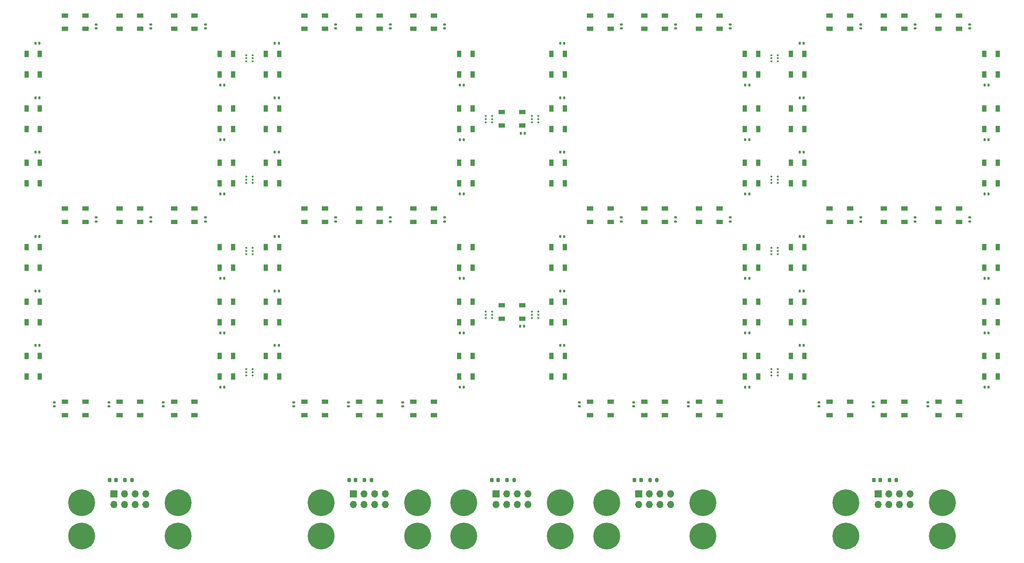
<source format=gbr>
%TF.GenerationSoftware,KiCad,Pcbnew,(6.0.4)*%
%TF.CreationDate,2022-05-27T18:55:53+02:00*%
%TF.ProjectId,Four segments and colon,466f7572-2073-4656-976d-656e74732061,rev?*%
%TF.SameCoordinates,Original*%
%TF.FileFunction,Soldermask,Top*%
%TF.FilePolarity,Negative*%
%FSLAX46Y46*%
G04 Gerber Fmt 4.6, Leading zero omitted, Abs format (unit mm)*
G04 Created by KiCad (PCBNEW (6.0.4)) date 2022-05-27 18:55:53*
%MOMM*%
%LPD*%
G01*
G04 APERTURE LIST*
G04 Aperture macros list*
%AMRoundRect*
0 Rectangle with rounded corners*
0 $1 Rounding radius*
0 $2 $3 $4 $5 $6 $7 $8 $9 X,Y pos of 4 corners*
0 Add a 4 corners polygon primitive as box body*
4,1,4,$2,$3,$4,$5,$6,$7,$8,$9,$2,$3,0*
0 Add four circle primitives for the rounded corners*
1,1,$1+$1,$2,$3*
1,1,$1+$1,$4,$5*
1,1,$1+$1,$6,$7*
1,1,$1+$1,$8,$9*
0 Add four rect primitives between the rounded corners*
20,1,$1+$1,$2,$3,$4,$5,0*
20,1,$1+$1,$4,$5,$6,$7,0*
20,1,$1+$1,$6,$7,$8,$9,0*
20,1,$1+$1,$8,$9,$2,$3,0*%
G04 Aperture macros list end*
%ADD10RoundRect,0.140000X0.140000X0.170000X-0.140000X0.170000X-0.140000X-0.170000X0.140000X-0.170000X0*%
%ADD11R,1.500000X1.000000*%
%ADD12RoundRect,0.140000X0.170000X-0.140000X0.170000X0.140000X-0.170000X0.140000X-0.170000X-0.140000X0*%
%ADD13R,1.000000X1.500000*%
%ADD14R,1.700000X1.700000*%
%ADD15O,1.700000X1.700000*%
%ADD16C,0.800000*%
%ADD17C,6.400000*%
%ADD18C,0.500000*%
%ADD19RoundRect,0.140000X-0.170000X0.140000X-0.170000X-0.140000X0.170000X-0.140000X0.170000X0.140000X0*%
%ADD20RoundRect,0.140000X-0.140000X-0.170000X0.140000X-0.170000X0.140000X0.170000X-0.140000X0.170000X0*%
%ADD21RoundRect,0.200000X-0.200000X-0.275000X0.200000X-0.275000X0.200000X0.275000X-0.200000X0.275000X0*%
%ADD22RoundRect,0.225000X0.225000X0.250000X-0.225000X0.250000X-0.225000X-0.250000X0.225000X-0.250000X0*%
G04 APERTURE END LIST*
D10*
%TO.C,C17*%
X148554000Y-39284314D03*
X147594000Y-39284314D03*
%TD*%
D11*
%TO.C,D19*%
X34330000Y-68950000D03*
X34330000Y-65750000D03*
X29430000Y-65750000D03*
X29430000Y-68950000D03*
%TD*%
D12*
%TO.C,C19*%
X162139685Y-68830000D03*
X162139685Y-67870000D03*
%TD*%
%TO.C,C2*%
X49880000Y-22698629D03*
X49880000Y-21738629D03*
%TD*%
D13*
%TO.C,D7*%
X191605370Y-79865685D03*
X194805370Y-79865685D03*
X194805370Y-74965685D03*
X191605370Y-74965685D03*
%TD*%
D12*
%TO.C,C3*%
X120011400Y-22698629D03*
X120011400Y-21738629D03*
%TD*%
D14*
%TO.C,J1*%
X41070000Y-133851371D03*
D15*
X41070000Y-136391371D03*
X43610000Y-133851371D03*
X43610000Y-136391371D03*
X46150000Y-133851371D03*
X46150000Y-136391371D03*
X48690000Y-133851371D03*
X48690000Y-136391371D03*
%TD*%
D11*
%TO.C,D21*%
X185589685Y-68950000D03*
X185589685Y-65750000D03*
X180689685Y-65750000D03*
X180689685Y-68950000D03*
%TD*%
%TO.C,D2*%
X47330000Y-22818629D03*
X47330000Y-19618629D03*
X42430000Y-19618629D03*
X42430000Y-22818629D03*
%TD*%
D16*
%TO.C,H1*%
X33380000Y-146381371D03*
X30980000Y-143981371D03*
X33380000Y-141581371D03*
X31682944Y-145678427D03*
X35780000Y-143981371D03*
D17*
X33380000Y-143981371D03*
D16*
X31682944Y-142284315D03*
X35077056Y-142284315D03*
X35077056Y-145678427D03*
%TD*%
D13*
%TO.C,D15*%
X80545715Y-74965686D03*
X77345715Y-74965686D03*
X77345715Y-79865686D03*
X80545715Y-79865686D03*
%TD*%
D11*
%TO.C,D20*%
X229721085Y-68950000D03*
X229721085Y-65750000D03*
X224821085Y-65750000D03*
X224821085Y-68950000D03*
%TD*%
D10*
%TO.C,C17*%
X80425715Y-39284314D03*
X79465715Y-39284314D03*
%TD*%
D16*
%TO.C,H4*%
X215771085Y-133581371D03*
X218171085Y-135981371D03*
X217468141Y-137678427D03*
X217468141Y-134284315D03*
D17*
X215771085Y-135981371D03*
D16*
X213371085Y-135981371D03*
X214074029Y-134284315D03*
X214074029Y-137678427D03*
X215771085Y-138381371D03*
%TD*%
D18*
%TO.C,mouse-bite-2mm-slot*%
X72695700Y-104100000D03*
X74195700Y-104100000D03*
X74195700Y-105600000D03*
X74195700Y-104850000D03*
X72695700Y-105600000D03*
X72695700Y-104850000D03*
%TD*%
D19*
%TO.C,C11*%
X39880000Y-112001371D03*
X39880000Y-112961371D03*
%TD*%
D12*
%TO.C,C3*%
X188139685Y-22698629D03*
X188139685Y-21738629D03*
%TD*%
D11*
%TO.C,D11*%
X224821085Y-111881371D03*
X224821085Y-115081371D03*
X229721085Y-115081371D03*
X229721085Y-111881371D03*
%TD*%
D10*
%TO.C,C18*%
X148554000Y-26284314D03*
X147594000Y-26284314D03*
%TD*%
D19*
%TO.C,C10*%
X52880000Y-112001371D03*
X52880000Y-112961371D03*
%TD*%
D10*
%TO.C,C13*%
X23294315Y-98415686D03*
X22334315Y-98415686D03*
%TD*%
D13*
%TO.C,D7*%
X66345685Y-79865685D03*
X69545685Y-79865685D03*
X69545685Y-74965685D03*
X66345685Y-74965685D03*
%TD*%
D10*
%TO.C,C16*%
X148554000Y-52284314D03*
X147594000Y-52284314D03*
%TD*%
D12*
%TO.C,C21*%
X120011400Y-68830000D03*
X120011400Y-67870000D03*
%TD*%
D10*
%TO.C,C18*%
X23294315Y-26284314D03*
X22334315Y-26284314D03*
%TD*%
D20*
%TO.C,C8*%
X66465685Y-95415685D03*
X67425685Y-95415685D03*
%TD*%
D13*
%TO.C,D6*%
X66345685Y-59734314D03*
X69545685Y-59734314D03*
X69545685Y-54834314D03*
X66345685Y-54834314D03*
%TD*%
D21*
%TO.C,R1*%
X168984685Y-130540000D03*
X170634685Y-130540000D03*
%TD*%
D13*
%TO.C,D5*%
X248736770Y-46734314D03*
X251936770Y-46734314D03*
X251936770Y-41834314D03*
X248736770Y-41834314D03*
%TD*%
D12*
%TO.C,C1*%
X219271085Y-22698629D03*
X219271085Y-21738629D03*
%TD*%
D11*
%TO.C,D1*%
X138527001Y-92015686D03*
X138527001Y-88815686D03*
X133627001Y-88815686D03*
X133627001Y-92015686D03*
%TD*%
%TO.C,D12*%
X154689685Y-111881371D03*
X154689685Y-115081371D03*
X159589685Y-115081371D03*
X159589685Y-111881371D03*
%TD*%
D19*
%TO.C,C12*%
X84011400Y-112001371D03*
X84011400Y-112961371D03*
%TD*%
D13*
%TO.C,D16*%
X80545715Y-54834314D03*
X77345715Y-54834314D03*
X77345715Y-59734314D03*
X80545715Y-59734314D03*
%TD*%
D20*
%TO.C,C9*%
X248856770Y-108415685D03*
X249816770Y-108415685D03*
%TD*%
D10*
%TO.C,C17*%
X23294315Y-39284314D03*
X22334315Y-39284314D03*
%TD*%
%TO.C,C14*%
X205685400Y-85415686D03*
X204725400Y-85415686D03*
%TD*%
D12*
%TO.C,C19*%
X36880000Y-68830000D03*
X36880000Y-67870000D03*
%TD*%
D14*
%TO.C,J1*%
X98201400Y-133851371D03*
D15*
X98201400Y-136391371D03*
X100741400Y-133851371D03*
X100741400Y-136391371D03*
X103281400Y-133851371D03*
X103281400Y-136391371D03*
X105821400Y-133851371D03*
X105821400Y-136391371D03*
%TD*%
D11*
%TO.C,D1*%
X159589685Y-22818629D03*
X159589685Y-19618629D03*
X154689685Y-19618629D03*
X154689685Y-22818629D03*
%TD*%
%TO.C,D11*%
X99561400Y-111881371D03*
X99561400Y-115081371D03*
X104461400Y-115081371D03*
X104461400Y-111881371D03*
%TD*%
D20*
%TO.C,C4*%
X248856770Y-36284314D03*
X249816770Y-36284314D03*
%TD*%
D12*
%TO.C,C19*%
X219271085Y-68830000D03*
X219271085Y-67870000D03*
%TD*%
D16*
%TO.C,H4*%
X90511400Y-138381371D03*
X92911400Y-135981371D03*
D17*
X90511400Y-135981371D03*
D16*
X88111400Y-135981371D03*
X88814344Y-134284315D03*
X90511400Y-133581371D03*
X92208456Y-137678427D03*
X88814344Y-137678427D03*
X92208456Y-134284315D03*
%TD*%
D10*
%TO.C,C15*%
X80425715Y-72415686D03*
X79465715Y-72415686D03*
%TD*%
%TO.C,C18*%
X205685400Y-26284314D03*
X204725400Y-26284314D03*
%TD*%
D20*
%TO.C,C1*%
X137997001Y-93850000D03*
X138957001Y-93850000D03*
%TD*%
D10*
%TO.C,C15*%
X23294315Y-72415686D03*
X22334315Y-72415686D03*
%TD*%
D13*
%TO.C,D9*%
X248736770Y-105865685D03*
X251936770Y-105865685D03*
X251936770Y-100965685D03*
X248736770Y-100965685D03*
%TD*%
D16*
%TO.C,H4*%
X33380000Y-138381371D03*
X35780000Y-135981371D03*
D17*
X33380000Y-135981371D03*
D16*
X30980000Y-135981371D03*
X31682944Y-134284315D03*
X33380000Y-133581371D03*
X35077056Y-137678427D03*
X31682944Y-137678427D03*
X35077056Y-134284315D03*
%TD*%
D14*
%TO.C,J1*%
X166329685Y-133851371D03*
D15*
X166329685Y-136391371D03*
X168869685Y-133851371D03*
X168869685Y-136391371D03*
X171409685Y-133851371D03*
X171409685Y-136391371D03*
X173949685Y-133851371D03*
X173949685Y-136391371D03*
%TD*%
D17*
%TO.C,H1*%
X215771085Y-143981371D03*
D16*
X218171085Y-143981371D03*
X215771085Y-146381371D03*
X214074029Y-145678427D03*
X217468141Y-145678427D03*
X214074029Y-142284315D03*
X217468141Y-142284315D03*
X213371085Y-143981371D03*
X215771085Y-141581371D03*
%TD*%
D13*
%TO.C,D15*%
X23414315Y-74965686D03*
X20214315Y-74965686D03*
X20214315Y-79865686D03*
X23414315Y-79865686D03*
%TD*%
D10*
%TO.C,C14*%
X80425715Y-85415686D03*
X79465715Y-85415686D03*
%TD*%
%TO.C,C13*%
X80425715Y-98415686D03*
X79465715Y-98415686D03*
%TD*%
D11*
%TO.C,D20*%
X172589685Y-68950000D03*
X172589685Y-65750000D03*
X167689685Y-65750000D03*
X167689685Y-68950000D03*
%TD*%
D22*
%TO.C,C22*%
X132797001Y-130550000D03*
X131247001Y-130550000D03*
%TD*%
D18*
%TO.C,mouse-bite-2mm-slot*%
X131327000Y-45150000D03*
X129827000Y-45150000D03*
X129827000Y-43650000D03*
X131327000Y-44400000D03*
X129827000Y-44400000D03*
X131327000Y-43650000D03*
%TD*%
D13*
%TO.C,D14*%
X205805400Y-87965686D03*
X202605400Y-87965686D03*
X202605400Y-92865686D03*
X205805400Y-92865686D03*
%TD*%
D11*
%TO.C,D2*%
X172589685Y-22818629D03*
X172589685Y-19618629D03*
X167689685Y-19618629D03*
X167689685Y-22818629D03*
%TD*%
D10*
%TO.C,C16*%
X23294315Y-52284314D03*
X22334315Y-52284314D03*
%TD*%
D11*
%TO.C,D12*%
X86561400Y-111881371D03*
X86561400Y-115081371D03*
X91461400Y-115081371D03*
X91461400Y-111881371D03*
%TD*%
D13*
%TO.C,D8*%
X123477085Y-92865685D03*
X126677085Y-92865685D03*
X126677085Y-87965685D03*
X123477085Y-87965685D03*
%TD*%
%TO.C,D8*%
X248736770Y-92865685D03*
X251936770Y-92865685D03*
X251936770Y-87965685D03*
X248736770Y-87965685D03*
%TD*%
%TO.C,D6*%
X123477085Y-59734314D03*
X126677085Y-59734314D03*
X126677085Y-54834314D03*
X123477085Y-54834314D03*
%TD*%
%TO.C,D4*%
X66345685Y-33734314D03*
X69545685Y-33734314D03*
X69545685Y-28834314D03*
X66345685Y-28834314D03*
%TD*%
D18*
%TO.C,mouse-bite-2mm-slot*%
X199455385Y-75850000D03*
X199455385Y-75100000D03*
X197955385Y-75100000D03*
X197955385Y-75850000D03*
X199455385Y-76600000D03*
X197955385Y-76600000D03*
%TD*%
%TO.C,mouse-bite-2mm-slot*%
X74195700Y-58850000D03*
X74195700Y-59600000D03*
X74195700Y-58100000D03*
X72695700Y-58100000D03*
X72695700Y-58850000D03*
X72695700Y-59600000D03*
%TD*%
D10*
%TO.C,C14*%
X148554000Y-85415686D03*
X147594000Y-85415686D03*
%TD*%
D19*
%TO.C,C11*%
X165139685Y-112001371D03*
X165139685Y-112961371D03*
%TD*%
D16*
%TO.C,H4*%
X160336741Y-137678427D03*
X156239685Y-135981371D03*
X156942629Y-137678427D03*
X156942629Y-134284315D03*
X161039685Y-135981371D03*
X158639685Y-138381371D03*
X160336741Y-134284315D03*
X158639685Y-133581371D03*
D17*
X158639685Y-135981371D03*
%TD*%
D13*
%TO.C,D16*%
X148674000Y-54834314D03*
X145474000Y-54834314D03*
X145474000Y-59734314D03*
X148674000Y-59734314D03*
%TD*%
D19*
%TO.C,C10*%
X178139685Y-112001371D03*
X178139685Y-112961371D03*
%TD*%
D13*
%TO.C,D9*%
X66345685Y-105865685D03*
X69545685Y-105865685D03*
X69545685Y-100965685D03*
X66345685Y-100965685D03*
%TD*%
%TO.C,D9*%
X191605370Y-105865685D03*
X194805370Y-105865685D03*
X194805370Y-100965685D03*
X191605370Y-100965685D03*
%TD*%
D12*
%TO.C,C2*%
X232271085Y-22698629D03*
X232271085Y-21738629D03*
%TD*%
D16*
%TO.C,H2*%
X240468141Y-142284315D03*
X236371085Y-143981371D03*
D17*
X238771085Y-143981371D03*
D16*
X238771085Y-141581371D03*
X240468141Y-145678427D03*
X238771085Y-146381371D03*
X241171085Y-143981371D03*
X237074029Y-142284315D03*
X237074029Y-145678427D03*
%TD*%
D13*
%TO.C,D17*%
X23414315Y-41834314D03*
X20214315Y-41834314D03*
X20214315Y-46734314D03*
X23414315Y-46734314D03*
%TD*%
D11*
%TO.C,D10*%
X55430000Y-111881371D03*
X55430000Y-115081371D03*
X60330000Y-115081371D03*
X60330000Y-111881371D03*
%TD*%
D16*
%TO.C,H4*%
X126274057Y-134284315D03*
X126977001Y-135981371D03*
D17*
X124577001Y-135981371D03*
D16*
X122177001Y-135981371D03*
X124577001Y-138381371D03*
X126274057Y-137678427D03*
X122879945Y-137678427D03*
X122879945Y-134284315D03*
X124577001Y-133581371D03*
%TD*%
D13*
%TO.C,D8*%
X66345685Y-92865685D03*
X69545685Y-92865685D03*
X69545685Y-87965685D03*
X66345685Y-87965685D03*
%TD*%
D19*
%TO.C,C11*%
X222271085Y-112001371D03*
X222271085Y-112961371D03*
%TD*%
D22*
%TO.C,C22*%
X223991085Y-130550000D03*
X222441085Y-130550000D03*
%TD*%
D21*
%TO.C,R1*%
X134922001Y-130540000D03*
X136572001Y-130540000D03*
%TD*%
D12*
%TO.C,C1*%
X94011400Y-22698629D03*
X94011400Y-21738629D03*
%TD*%
D13*
%TO.C,D6*%
X191605370Y-59734314D03*
X194805370Y-59734314D03*
X194805370Y-54834314D03*
X191605370Y-54834314D03*
%TD*%
D10*
%TO.C,C15*%
X205685400Y-72415686D03*
X204725400Y-72415686D03*
%TD*%
D11*
%TO.C,D12*%
X211821085Y-111881371D03*
X211821085Y-115081371D03*
X216721085Y-115081371D03*
X216721085Y-111881371D03*
%TD*%
D21*
%TO.C,R1*%
X100856400Y-130540000D03*
X102506400Y-130540000D03*
%TD*%
D11*
%TO.C,D2*%
X229721085Y-22818629D03*
X229721085Y-19618629D03*
X224821085Y-19618629D03*
X224821085Y-22818629D03*
%TD*%
D13*
%TO.C,D17*%
X148674000Y-41834314D03*
X145474000Y-41834314D03*
X145474000Y-46734314D03*
X148674000Y-46734314D03*
%TD*%
D16*
%TO.C,H3*%
X236371085Y-135981371D03*
D17*
X238771085Y-135981371D03*
D16*
X237074029Y-137678427D03*
X237074029Y-134284315D03*
X240468141Y-137678427D03*
X240468141Y-134284315D03*
X238771085Y-133581371D03*
X241171085Y-135981371D03*
X238771085Y-138381371D03*
%TD*%
D12*
%TO.C,C20*%
X107011400Y-68830000D03*
X107011400Y-67870000D03*
%TD*%
D11*
%TO.C,D10*%
X180689685Y-111881371D03*
X180689685Y-115081371D03*
X185589685Y-115081371D03*
X185589685Y-111881371D03*
%TD*%
D18*
%TO.C,mouse-bite-2mm-slot*%
X199455385Y-104100000D03*
X199455385Y-105600000D03*
X199455385Y-104850000D03*
X197955385Y-104100000D03*
X197955385Y-104850000D03*
X197955385Y-105600000D03*
%TD*%
D11*
%TO.C,D19*%
X159589685Y-68950000D03*
X159589685Y-65750000D03*
X154689685Y-65750000D03*
X154689685Y-68950000D03*
%TD*%
D20*
%TO.C,C8*%
X191725370Y-95415685D03*
X192685370Y-95415685D03*
%TD*%
D16*
%TO.C,H1*%
X122177001Y-143981371D03*
X126977001Y-143981371D03*
X122879945Y-142284315D03*
X122879945Y-145678427D03*
D17*
X124577001Y-143981371D03*
D16*
X126274057Y-145678427D03*
X124577001Y-146381371D03*
X124577001Y-141581371D03*
X126274057Y-142284315D03*
%TD*%
D12*
%TO.C,C19*%
X94011400Y-68830000D03*
X94011400Y-67870000D03*
%TD*%
D13*
%TO.C,D18*%
X80545715Y-28834314D03*
X77345715Y-28834314D03*
X77345715Y-33734314D03*
X80545715Y-33734314D03*
%TD*%
D12*
%TO.C,C2*%
X175139685Y-22698629D03*
X175139685Y-21738629D03*
%TD*%
D13*
%TO.C,D7*%
X248736770Y-79865685D03*
X251936770Y-79865685D03*
X251936770Y-74965685D03*
X248736770Y-74965685D03*
%TD*%
D19*
%TO.C,C12*%
X152139685Y-112001371D03*
X152139685Y-112961371D03*
%TD*%
D11*
%TO.C,D3*%
X117461400Y-22818629D03*
X117461400Y-19618629D03*
X112561400Y-19618629D03*
X112561400Y-22818629D03*
%TD*%
%TO.C,D21*%
X60330000Y-68950000D03*
X60330000Y-65750000D03*
X55430000Y-65750000D03*
X55430000Y-68950000D03*
%TD*%
%TO.C,D20*%
X104461400Y-68950000D03*
X104461400Y-65750000D03*
X99561400Y-65750000D03*
X99561400Y-68950000D03*
%TD*%
%TO.C,D1*%
X34330000Y-22818629D03*
X34330000Y-19618629D03*
X29430000Y-19618629D03*
X29430000Y-22818629D03*
%TD*%
D13*
%TO.C,D18*%
X205805400Y-28834314D03*
X202605400Y-28834314D03*
X202605400Y-33734314D03*
X205805400Y-33734314D03*
%TD*%
D20*
%TO.C,C4*%
X66465685Y-36284314D03*
X67425685Y-36284314D03*
%TD*%
D11*
%TO.C,D3*%
X185589685Y-22818629D03*
X185589685Y-19618629D03*
X180689685Y-19618629D03*
X180689685Y-22818629D03*
%TD*%
%TO.C,D2*%
X104461400Y-22818629D03*
X104461400Y-19618629D03*
X99561400Y-19618629D03*
X99561400Y-22818629D03*
%TD*%
D12*
%TO.C,C3*%
X245271085Y-22698629D03*
X245271085Y-21738629D03*
%TD*%
D20*
%TO.C,C6*%
X123597085Y-62284314D03*
X124557085Y-62284314D03*
%TD*%
%TO.C,C6*%
X66465685Y-62284314D03*
X67425685Y-62284314D03*
%TD*%
D13*
%TO.C,D5*%
X123477085Y-46734314D03*
X126677085Y-46734314D03*
X126677085Y-41834314D03*
X123477085Y-41834314D03*
%TD*%
%TO.C,D16*%
X23414315Y-54834314D03*
X20214315Y-54834314D03*
X20214315Y-59734314D03*
X23414315Y-59734314D03*
%TD*%
D21*
%TO.C,R1*%
X43725000Y-130540000D03*
X45375000Y-130540000D03*
%TD*%
D13*
%TO.C,D4*%
X248736770Y-33734314D03*
X251936770Y-33734314D03*
X251936770Y-28834314D03*
X248736770Y-28834314D03*
%TD*%
D11*
%TO.C,D11*%
X42430000Y-111881371D03*
X42430000Y-115081371D03*
X47330000Y-115081371D03*
X47330000Y-111881371D03*
%TD*%
D12*
%TO.C,C20*%
X232271085Y-68830000D03*
X232271085Y-67870000D03*
%TD*%
D16*
%TO.C,H1*%
X90511400Y-146381371D03*
X88111400Y-143981371D03*
X90511400Y-141581371D03*
X88814344Y-145678427D03*
X92911400Y-143981371D03*
D17*
X90511400Y-143981371D03*
D16*
X88814344Y-142284315D03*
X92208456Y-142284315D03*
X92208456Y-145678427D03*
%TD*%
D20*
%TO.C,C9*%
X123597085Y-108415685D03*
X124557085Y-108415685D03*
%TD*%
D18*
%TO.C,mouse-bite-2mm-slot*%
X199455385Y-29100000D03*
X197955385Y-29100000D03*
X199455385Y-29850000D03*
X197955385Y-30600000D03*
X197955385Y-29850000D03*
X199455385Y-30600000D03*
%TD*%
D11*
%TO.C,D21*%
X117461400Y-68950000D03*
X117461400Y-65750000D03*
X112561400Y-65750000D03*
X112561400Y-68950000D03*
%TD*%
D13*
%TO.C,D17*%
X205805400Y-41834314D03*
X202605400Y-41834314D03*
X202605400Y-46734314D03*
X205805400Y-46734314D03*
%TD*%
D21*
%TO.C,R1*%
X226116085Y-130540000D03*
X227766085Y-130540000D03*
%TD*%
D11*
%TO.C,D19*%
X91461400Y-68950000D03*
X91461400Y-65750000D03*
X86561400Y-65750000D03*
X86561400Y-68950000D03*
%TD*%
D13*
%TO.C,D14*%
X148674000Y-87965686D03*
X145474000Y-87965686D03*
X145474000Y-92865686D03*
X148674000Y-92865686D03*
%TD*%
D22*
%TO.C,C22*%
X166859685Y-130550000D03*
X165309685Y-130550000D03*
%TD*%
D20*
%TO.C,C5*%
X248856770Y-49284314D03*
X249816770Y-49284314D03*
%TD*%
D12*
%TO.C,C20*%
X175139685Y-68830000D03*
X175139685Y-67870000D03*
%TD*%
D13*
%TO.C,D13*%
X80545715Y-100965686D03*
X77345715Y-100965686D03*
X77345715Y-105865686D03*
X80545715Y-105865686D03*
%TD*%
D19*
%TO.C,C10*%
X235271085Y-112001371D03*
X235271085Y-112961371D03*
%TD*%
D16*
%TO.C,H3*%
X111111400Y-135981371D03*
X113511400Y-138381371D03*
X113511400Y-133581371D03*
X115208456Y-137678427D03*
X111814344Y-134284315D03*
D17*
X113511400Y-135981371D03*
D16*
X115911400Y-135981371D03*
X111814344Y-137678427D03*
X115208456Y-134284315D03*
%TD*%
D19*
%TO.C,C11*%
X97011400Y-112001371D03*
X97011400Y-112961371D03*
%TD*%
D18*
%TO.C,mouse-bite-2mm-slot*%
X72695700Y-75100000D03*
X74195700Y-75100000D03*
X72695700Y-76600000D03*
X74195700Y-76600000D03*
X72695700Y-75850000D03*
X74195700Y-75850000D03*
%TD*%
D20*
%TO.C,C7*%
X123597085Y-82415685D03*
X124557085Y-82415685D03*
%TD*%
D16*
%TO.C,H2*%
X183336741Y-145678427D03*
X179942629Y-145678427D03*
X181639685Y-141581371D03*
X183336741Y-142284315D03*
X179239685Y-143981371D03*
X179942629Y-142284315D03*
X184039685Y-143981371D03*
D17*
X181639685Y-143981371D03*
D16*
X181639685Y-146381371D03*
%TD*%
D10*
%TO.C,C16*%
X205685400Y-52284314D03*
X204725400Y-52284314D03*
%TD*%
%TO.C,C13*%
X148554000Y-98415686D03*
X147594000Y-98415686D03*
%TD*%
%TO.C,C16*%
X80425715Y-52284314D03*
X79465715Y-52284314D03*
%TD*%
%TO.C,C18*%
X80425715Y-26284314D03*
X79465715Y-26284314D03*
%TD*%
D16*
%TO.C,H1*%
X156239685Y-143981371D03*
X156942629Y-142284315D03*
D17*
X158639685Y-143981371D03*
D16*
X156942629Y-145678427D03*
X158639685Y-146381371D03*
X160336741Y-145678427D03*
X158639685Y-141581371D03*
X161039685Y-143981371D03*
X160336741Y-142284315D03*
%TD*%
%TO.C,H3*%
X179239685Y-135981371D03*
X183336741Y-137678427D03*
X181639685Y-138381371D03*
X184039685Y-135981371D03*
D17*
X181639685Y-135981371D03*
D16*
X179942629Y-137678427D03*
X181639685Y-133581371D03*
X179942629Y-134284315D03*
X183336741Y-134284315D03*
%TD*%
D10*
%TO.C,C15*%
X148554000Y-72415686D03*
X147594000Y-72415686D03*
%TD*%
D20*
%TO.C,C5*%
X191725370Y-49284314D03*
X192685370Y-49284314D03*
%TD*%
D13*
%TO.C,D7*%
X123477085Y-79865685D03*
X126677085Y-79865685D03*
X126677085Y-74965685D03*
X123477085Y-74965685D03*
%TD*%
D12*
%TO.C,C3*%
X62880000Y-22698629D03*
X62880000Y-21738629D03*
%TD*%
D11*
%TO.C,D1*%
X91461400Y-22818629D03*
X91461400Y-19618629D03*
X86561400Y-19618629D03*
X86561400Y-22818629D03*
%TD*%
D13*
%TO.C,D4*%
X191605370Y-33734314D03*
X194805370Y-33734314D03*
X194805370Y-28834314D03*
X191605370Y-28834314D03*
%TD*%
D19*
%TO.C,C12*%
X209271085Y-112001371D03*
X209271085Y-112961371D03*
%TD*%
D13*
%TO.C,D18*%
X148674000Y-28834314D03*
X145474000Y-28834314D03*
X145474000Y-33734314D03*
X148674000Y-33734314D03*
%TD*%
%TO.C,D15*%
X148674000Y-74965686D03*
X145474000Y-74965686D03*
X145474000Y-79865686D03*
X148674000Y-79865686D03*
%TD*%
D20*
%TO.C,C4*%
X191725370Y-36284314D03*
X192685370Y-36284314D03*
%TD*%
%TO.C,C2*%
X138197001Y-47750000D03*
X139157001Y-47750000D03*
%TD*%
%TO.C,C9*%
X66465685Y-108415685D03*
X67425685Y-108415685D03*
%TD*%
D18*
%TO.C,mouse-bite-2mm-slot*%
X74195700Y-30600000D03*
X72695700Y-29100000D03*
X72695700Y-29850000D03*
X74195700Y-29850000D03*
X72695700Y-30600000D03*
X74195700Y-29100000D03*
%TD*%
D13*
%TO.C,D18*%
X23414315Y-28834314D03*
X20214315Y-28834314D03*
X20214315Y-33734314D03*
X23414315Y-33734314D03*
%TD*%
D20*
%TO.C,C6*%
X191725370Y-62284314D03*
X192685370Y-62284314D03*
%TD*%
%TO.C,C6*%
X248856770Y-62284314D03*
X249816770Y-62284314D03*
%TD*%
D12*
%TO.C,C1*%
X36880000Y-22698629D03*
X36880000Y-21738629D03*
%TD*%
D18*
%TO.C,mouse-bite-2mm-slot*%
X129825000Y-90388000D03*
X129825000Y-91138000D03*
X131325000Y-91138000D03*
X131325000Y-90388000D03*
X129825000Y-91888000D03*
X131325000Y-91888000D03*
%TD*%
D16*
%TO.C,H3*%
X53980000Y-135981371D03*
X56380000Y-138381371D03*
X56380000Y-133581371D03*
X58077056Y-137678427D03*
X54682944Y-134284315D03*
D17*
X56380000Y-135981371D03*
D16*
X58780000Y-135981371D03*
X54682944Y-137678427D03*
X58077056Y-134284315D03*
%TD*%
D11*
%TO.C,D19*%
X216721085Y-68950000D03*
X216721085Y-65750000D03*
X211821085Y-65750000D03*
X211821085Y-68950000D03*
%TD*%
D13*
%TO.C,D4*%
X123477085Y-33734314D03*
X126677085Y-33734314D03*
X126677085Y-28834314D03*
X123477085Y-28834314D03*
%TD*%
D12*
%TO.C,C20*%
X49880000Y-68830000D03*
X49880000Y-67870000D03*
%TD*%
D20*
%TO.C,C4*%
X123597085Y-36284314D03*
X124557085Y-36284314D03*
%TD*%
D11*
%TO.C,D21*%
X242721085Y-68950000D03*
X242721085Y-65750000D03*
X237821085Y-65750000D03*
X237821085Y-68950000D03*
%TD*%
%TO.C,D3*%
X242721085Y-22818629D03*
X242721085Y-19618629D03*
X237821085Y-19618629D03*
X237821085Y-22818629D03*
%TD*%
D13*
%TO.C,D5*%
X191605370Y-46734314D03*
X194805370Y-46734314D03*
X194805370Y-41834314D03*
X191605370Y-41834314D03*
%TD*%
%TO.C,D13*%
X23414315Y-100965686D03*
X20214315Y-100965686D03*
X20214315Y-105865686D03*
X23414315Y-105865686D03*
%TD*%
D11*
%TO.C,D10*%
X112561400Y-111881371D03*
X112561400Y-115081371D03*
X117461400Y-115081371D03*
X117461400Y-111881371D03*
%TD*%
%TO.C,D20*%
X47330000Y-68950000D03*
X47330000Y-65750000D03*
X42430000Y-65750000D03*
X42430000Y-68950000D03*
%TD*%
D12*
%TO.C,C21*%
X62880000Y-68830000D03*
X62880000Y-67870000D03*
%TD*%
D20*
%TO.C,C8*%
X248856770Y-95415685D03*
X249816770Y-95415685D03*
%TD*%
D18*
%TO.C,mouse-bite-2mm-slot*%
X140825000Y-90388000D03*
X140825000Y-91138000D03*
X142325000Y-91138000D03*
X142325000Y-90388000D03*
X140825000Y-91888000D03*
X142325000Y-91888000D03*
%TD*%
D13*
%TO.C,D8*%
X191605370Y-92865685D03*
X194805370Y-92865685D03*
X194805370Y-87965685D03*
X191605370Y-87965685D03*
%TD*%
D18*
%TO.C,mouse-bite-2mm-slot*%
X142327000Y-45150000D03*
X140827000Y-45150000D03*
X140827000Y-43650000D03*
X142327000Y-44400000D03*
X140827000Y-44400000D03*
X142327000Y-43650000D03*
%TD*%
D12*
%TO.C,C1*%
X162139685Y-22698629D03*
X162139685Y-21738629D03*
%TD*%
D16*
%TO.C,H2*%
X145879945Y-145678427D03*
X147577001Y-141581371D03*
X149977001Y-143981371D03*
D17*
X147577001Y-143981371D03*
D16*
X145177001Y-143981371D03*
X147577001Y-146381371D03*
X149274057Y-145678427D03*
X145879945Y-142284315D03*
X149274057Y-142284315D03*
%TD*%
%TO.C,H2*%
X115208456Y-145678427D03*
X115208456Y-142284315D03*
X111111400Y-143981371D03*
X111814344Y-145678427D03*
X113511400Y-141581371D03*
X115911400Y-143981371D03*
X111814344Y-142284315D03*
X113511400Y-146381371D03*
D17*
X113511400Y-143981371D03*
%TD*%
D13*
%TO.C,D14*%
X23414315Y-87965686D03*
X20214315Y-87965686D03*
X20214315Y-92865686D03*
X23414315Y-92865686D03*
%TD*%
D10*
%TO.C,C17*%
X205685400Y-39284314D03*
X204725400Y-39284314D03*
%TD*%
D11*
%TO.C,D12*%
X29430000Y-111881371D03*
X29430000Y-115081371D03*
X34330000Y-115081371D03*
X34330000Y-111881371D03*
%TD*%
D20*
%TO.C,C8*%
X123597085Y-95415685D03*
X124557085Y-95415685D03*
%TD*%
D11*
%TO.C,D11*%
X167689685Y-111881371D03*
X167689685Y-115081371D03*
X172589685Y-115081371D03*
X172589685Y-111881371D03*
%TD*%
D20*
%TO.C,C7*%
X191725370Y-82415685D03*
X192685370Y-82415685D03*
%TD*%
D11*
%TO.C,D2*%
X138527001Y-45884314D03*
X138527001Y-42684314D03*
X133627001Y-42684314D03*
X133627001Y-45884314D03*
%TD*%
D20*
%TO.C,C7*%
X66465685Y-82415685D03*
X67425685Y-82415685D03*
%TD*%
D10*
%TO.C,C14*%
X23294315Y-85415686D03*
X22334315Y-85415686D03*
%TD*%
D12*
%TO.C,C21*%
X245271085Y-68830000D03*
X245271085Y-67870000D03*
%TD*%
D13*
%TO.C,D17*%
X80545715Y-41834314D03*
X77345715Y-41834314D03*
X77345715Y-46734314D03*
X80545715Y-46734314D03*
%TD*%
D20*
%TO.C,C5*%
X123597085Y-49284314D03*
X124557085Y-49284314D03*
%TD*%
D12*
%TO.C,C2*%
X107011400Y-22698629D03*
X107011400Y-21738629D03*
%TD*%
D16*
%TO.C,H3*%
X145177001Y-135981371D03*
X147577001Y-133581371D03*
X149977001Y-135981371D03*
D17*
X147577001Y-135981371D03*
D16*
X149274057Y-134284315D03*
X147577001Y-138381371D03*
X145879945Y-137678427D03*
X145879945Y-134284315D03*
X149274057Y-137678427D03*
%TD*%
D22*
%TO.C,C22*%
X41600000Y-130550000D03*
X40050000Y-130550000D03*
%TD*%
%TO.C,C22*%
X98731400Y-130550000D03*
X97181400Y-130550000D03*
%TD*%
D13*
%TO.C,D5*%
X66345685Y-46734314D03*
X69545685Y-46734314D03*
X69545685Y-41834314D03*
X66345685Y-41834314D03*
%TD*%
%TO.C,D6*%
X248736770Y-59734314D03*
X251936770Y-59734314D03*
X251936770Y-54834314D03*
X248736770Y-54834314D03*
%TD*%
%TO.C,D14*%
X80545715Y-87965686D03*
X77345715Y-87965686D03*
X77345715Y-92865686D03*
X80545715Y-92865686D03*
%TD*%
D20*
%TO.C,C7*%
X248856770Y-82415685D03*
X249816770Y-82415685D03*
%TD*%
D12*
%TO.C,C21*%
X188139685Y-68830000D03*
X188139685Y-67870000D03*
%TD*%
D19*
%TO.C,C12*%
X26880000Y-112001371D03*
X26880000Y-112961371D03*
%TD*%
D13*
%TO.C,D13*%
X205805400Y-100965686D03*
X202605400Y-100965686D03*
X202605400Y-105865686D03*
X205805400Y-105865686D03*
%TD*%
D11*
%TO.C,D1*%
X216721085Y-22818629D03*
X216721085Y-19618629D03*
X211821085Y-19618629D03*
X211821085Y-22818629D03*
%TD*%
%TO.C,D10*%
X237821085Y-111881371D03*
X237821085Y-115081371D03*
X242721085Y-115081371D03*
X242721085Y-111881371D03*
%TD*%
D10*
%TO.C,C13*%
X205685400Y-98415686D03*
X204725400Y-98415686D03*
%TD*%
D11*
%TO.C,D3*%
X60330000Y-22818629D03*
X60330000Y-19618629D03*
X55430000Y-19618629D03*
X55430000Y-22818629D03*
%TD*%
D20*
%TO.C,C9*%
X191725370Y-108415685D03*
X192685370Y-108415685D03*
%TD*%
D13*
%TO.C,D9*%
X123477085Y-105865685D03*
X126677085Y-105865685D03*
X126677085Y-100965685D03*
X123477085Y-100965685D03*
%TD*%
D14*
%TO.C,J1*%
X132267001Y-133851371D03*
D15*
X132267001Y-136391371D03*
X134807001Y-133851371D03*
X134807001Y-136391371D03*
X137347001Y-133851371D03*
X137347001Y-136391371D03*
X139887001Y-133851371D03*
X139887001Y-136391371D03*
%TD*%
D13*
%TO.C,D13*%
X148674000Y-100965686D03*
X145474000Y-100965686D03*
X145474000Y-105865686D03*
X148674000Y-105865686D03*
%TD*%
D16*
%TO.C,H2*%
X58077056Y-145678427D03*
X58077056Y-142284315D03*
X53980000Y-143981371D03*
X54682944Y-145678427D03*
X56380000Y-141581371D03*
X58780000Y-143981371D03*
X54682944Y-142284315D03*
X56380000Y-146381371D03*
D17*
X56380000Y-143981371D03*
%TD*%
D18*
%TO.C,mouse-bite-2mm-slot*%
X199455385Y-58100000D03*
X199455385Y-59600000D03*
X197955385Y-58850000D03*
X199455385Y-58850000D03*
X197955385Y-58100000D03*
X197955385Y-59600000D03*
%TD*%
D14*
%TO.C,J1*%
X223461085Y-133851371D03*
D15*
X223461085Y-136391371D03*
X226001085Y-133851371D03*
X226001085Y-136391371D03*
X228541085Y-133851371D03*
X228541085Y-136391371D03*
X231081085Y-133851371D03*
X231081085Y-136391371D03*
%TD*%
D19*
%TO.C,C10*%
X110011400Y-112001371D03*
X110011400Y-112961371D03*
%TD*%
D13*
%TO.C,D16*%
X205805400Y-54834314D03*
X202605400Y-54834314D03*
X202605400Y-59734314D03*
X205805400Y-59734314D03*
%TD*%
%TO.C,D15*%
X205805400Y-74965686D03*
X202605400Y-74965686D03*
X202605400Y-79865686D03*
X205805400Y-79865686D03*
%TD*%
D20*
%TO.C,C5*%
X66465685Y-49284314D03*
X67425685Y-49284314D03*
%TD*%
M02*

</source>
